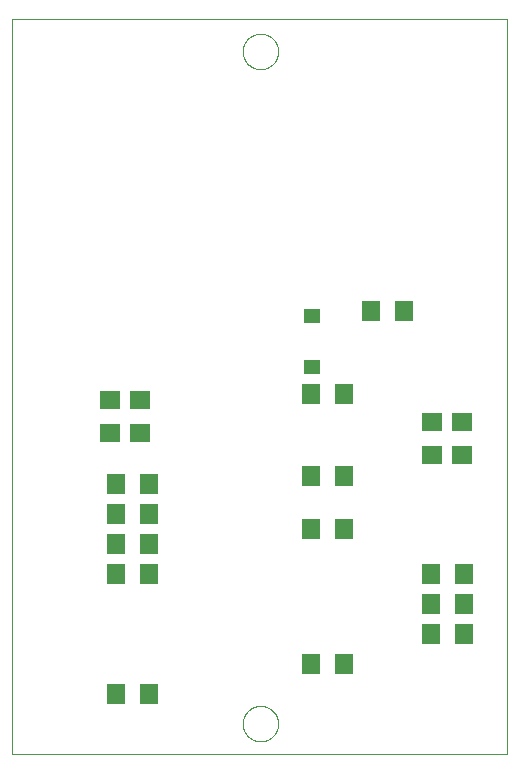
<source format=gbp>
G75*
%MOIN*%
%OFA0B0*%
%FSLAX25Y25*%
%IPPOS*%
%LPD*%
%AMOC8*
5,1,8,0,0,1.08239X$1,22.5*
%
%ADD10C,0.00000*%
%ADD11R,0.05787X0.05000*%
%ADD12R,0.07087X0.06299*%
%ADD13R,0.06299X0.07087*%
D10*
X0027500Y0001000D02*
X0027500Y0245961D01*
X0192500Y0246000D01*
X0192500Y0001000D01*
X0027500Y0001000D01*
X0104271Y0011000D02*
X0104273Y0011153D01*
X0104279Y0011307D01*
X0104289Y0011460D01*
X0104303Y0011612D01*
X0104321Y0011765D01*
X0104343Y0011916D01*
X0104368Y0012067D01*
X0104398Y0012218D01*
X0104432Y0012368D01*
X0104469Y0012516D01*
X0104510Y0012664D01*
X0104555Y0012810D01*
X0104604Y0012956D01*
X0104657Y0013100D01*
X0104713Y0013242D01*
X0104773Y0013383D01*
X0104837Y0013523D01*
X0104904Y0013661D01*
X0104975Y0013797D01*
X0105050Y0013931D01*
X0105127Y0014063D01*
X0105209Y0014193D01*
X0105293Y0014321D01*
X0105381Y0014447D01*
X0105472Y0014570D01*
X0105566Y0014691D01*
X0105664Y0014809D01*
X0105764Y0014925D01*
X0105868Y0015038D01*
X0105974Y0015149D01*
X0106083Y0015257D01*
X0106195Y0015362D01*
X0106309Y0015463D01*
X0106427Y0015562D01*
X0106546Y0015658D01*
X0106668Y0015751D01*
X0106793Y0015840D01*
X0106920Y0015927D01*
X0107049Y0016009D01*
X0107180Y0016089D01*
X0107313Y0016165D01*
X0107448Y0016238D01*
X0107585Y0016307D01*
X0107724Y0016372D01*
X0107864Y0016434D01*
X0108006Y0016492D01*
X0108149Y0016547D01*
X0108294Y0016598D01*
X0108440Y0016645D01*
X0108587Y0016688D01*
X0108735Y0016727D01*
X0108884Y0016763D01*
X0109034Y0016794D01*
X0109185Y0016822D01*
X0109336Y0016846D01*
X0109489Y0016866D01*
X0109641Y0016882D01*
X0109794Y0016894D01*
X0109947Y0016902D01*
X0110100Y0016906D01*
X0110254Y0016906D01*
X0110407Y0016902D01*
X0110560Y0016894D01*
X0110713Y0016882D01*
X0110865Y0016866D01*
X0111018Y0016846D01*
X0111169Y0016822D01*
X0111320Y0016794D01*
X0111470Y0016763D01*
X0111619Y0016727D01*
X0111767Y0016688D01*
X0111914Y0016645D01*
X0112060Y0016598D01*
X0112205Y0016547D01*
X0112348Y0016492D01*
X0112490Y0016434D01*
X0112630Y0016372D01*
X0112769Y0016307D01*
X0112906Y0016238D01*
X0113041Y0016165D01*
X0113174Y0016089D01*
X0113305Y0016009D01*
X0113434Y0015927D01*
X0113561Y0015840D01*
X0113686Y0015751D01*
X0113808Y0015658D01*
X0113927Y0015562D01*
X0114045Y0015463D01*
X0114159Y0015362D01*
X0114271Y0015257D01*
X0114380Y0015149D01*
X0114486Y0015038D01*
X0114590Y0014925D01*
X0114690Y0014809D01*
X0114788Y0014691D01*
X0114882Y0014570D01*
X0114973Y0014447D01*
X0115061Y0014321D01*
X0115145Y0014193D01*
X0115227Y0014063D01*
X0115304Y0013931D01*
X0115379Y0013797D01*
X0115450Y0013661D01*
X0115517Y0013523D01*
X0115581Y0013383D01*
X0115641Y0013242D01*
X0115697Y0013100D01*
X0115750Y0012956D01*
X0115799Y0012810D01*
X0115844Y0012664D01*
X0115885Y0012516D01*
X0115922Y0012368D01*
X0115956Y0012218D01*
X0115986Y0012067D01*
X0116011Y0011916D01*
X0116033Y0011765D01*
X0116051Y0011612D01*
X0116065Y0011460D01*
X0116075Y0011307D01*
X0116081Y0011153D01*
X0116083Y0011000D01*
X0116081Y0010847D01*
X0116075Y0010693D01*
X0116065Y0010540D01*
X0116051Y0010388D01*
X0116033Y0010235D01*
X0116011Y0010084D01*
X0115986Y0009933D01*
X0115956Y0009782D01*
X0115922Y0009632D01*
X0115885Y0009484D01*
X0115844Y0009336D01*
X0115799Y0009190D01*
X0115750Y0009044D01*
X0115697Y0008900D01*
X0115641Y0008758D01*
X0115581Y0008617D01*
X0115517Y0008477D01*
X0115450Y0008339D01*
X0115379Y0008203D01*
X0115304Y0008069D01*
X0115227Y0007937D01*
X0115145Y0007807D01*
X0115061Y0007679D01*
X0114973Y0007553D01*
X0114882Y0007430D01*
X0114788Y0007309D01*
X0114690Y0007191D01*
X0114590Y0007075D01*
X0114486Y0006962D01*
X0114380Y0006851D01*
X0114271Y0006743D01*
X0114159Y0006638D01*
X0114045Y0006537D01*
X0113927Y0006438D01*
X0113808Y0006342D01*
X0113686Y0006249D01*
X0113561Y0006160D01*
X0113434Y0006073D01*
X0113305Y0005991D01*
X0113174Y0005911D01*
X0113041Y0005835D01*
X0112906Y0005762D01*
X0112769Y0005693D01*
X0112630Y0005628D01*
X0112490Y0005566D01*
X0112348Y0005508D01*
X0112205Y0005453D01*
X0112060Y0005402D01*
X0111914Y0005355D01*
X0111767Y0005312D01*
X0111619Y0005273D01*
X0111470Y0005237D01*
X0111320Y0005206D01*
X0111169Y0005178D01*
X0111018Y0005154D01*
X0110865Y0005134D01*
X0110713Y0005118D01*
X0110560Y0005106D01*
X0110407Y0005098D01*
X0110254Y0005094D01*
X0110100Y0005094D01*
X0109947Y0005098D01*
X0109794Y0005106D01*
X0109641Y0005118D01*
X0109489Y0005134D01*
X0109336Y0005154D01*
X0109185Y0005178D01*
X0109034Y0005206D01*
X0108884Y0005237D01*
X0108735Y0005273D01*
X0108587Y0005312D01*
X0108440Y0005355D01*
X0108294Y0005402D01*
X0108149Y0005453D01*
X0108006Y0005508D01*
X0107864Y0005566D01*
X0107724Y0005628D01*
X0107585Y0005693D01*
X0107448Y0005762D01*
X0107313Y0005835D01*
X0107180Y0005911D01*
X0107049Y0005991D01*
X0106920Y0006073D01*
X0106793Y0006160D01*
X0106668Y0006249D01*
X0106546Y0006342D01*
X0106427Y0006438D01*
X0106309Y0006537D01*
X0106195Y0006638D01*
X0106083Y0006743D01*
X0105974Y0006851D01*
X0105868Y0006962D01*
X0105764Y0007075D01*
X0105664Y0007191D01*
X0105566Y0007309D01*
X0105472Y0007430D01*
X0105381Y0007553D01*
X0105293Y0007679D01*
X0105209Y0007807D01*
X0105127Y0007937D01*
X0105050Y0008069D01*
X0104975Y0008203D01*
X0104904Y0008339D01*
X0104837Y0008477D01*
X0104773Y0008617D01*
X0104713Y0008758D01*
X0104657Y0008900D01*
X0104604Y0009044D01*
X0104555Y0009190D01*
X0104510Y0009336D01*
X0104469Y0009484D01*
X0104432Y0009632D01*
X0104398Y0009782D01*
X0104368Y0009933D01*
X0104343Y0010084D01*
X0104321Y0010235D01*
X0104303Y0010388D01*
X0104289Y0010540D01*
X0104279Y0010693D01*
X0104273Y0010847D01*
X0104271Y0011000D01*
X0104271Y0235055D02*
X0104273Y0235208D01*
X0104279Y0235362D01*
X0104289Y0235515D01*
X0104303Y0235667D01*
X0104321Y0235820D01*
X0104343Y0235971D01*
X0104368Y0236122D01*
X0104398Y0236273D01*
X0104432Y0236423D01*
X0104469Y0236571D01*
X0104510Y0236719D01*
X0104555Y0236865D01*
X0104604Y0237011D01*
X0104657Y0237155D01*
X0104713Y0237297D01*
X0104773Y0237438D01*
X0104837Y0237578D01*
X0104904Y0237716D01*
X0104975Y0237852D01*
X0105050Y0237986D01*
X0105127Y0238118D01*
X0105209Y0238248D01*
X0105293Y0238376D01*
X0105381Y0238502D01*
X0105472Y0238625D01*
X0105566Y0238746D01*
X0105664Y0238864D01*
X0105764Y0238980D01*
X0105868Y0239093D01*
X0105974Y0239204D01*
X0106083Y0239312D01*
X0106195Y0239417D01*
X0106309Y0239518D01*
X0106427Y0239617D01*
X0106546Y0239713D01*
X0106668Y0239806D01*
X0106793Y0239895D01*
X0106920Y0239982D01*
X0107049Y0240064D01*
X0107180Y0240144D01*
X0107313Y0240220D01*
X0107448Y0240293D01*
X0107585Y0240362D01*
X0107724Y0240427D01*
X0107864Y0240489D01*
X0108006Y0240547D01*
X0108149Y0240602D01*
X0108294Y0240653D01*
X0108440Y0240700D01*
X0108587Y0240743D01*
X0108735Y0240782D01*
X0108884Y0240818D01*
X0109034Y0240849D01*
X0109185Y0240877D01*
X0109336Y0240901D01*
X0109489Y0240921D01*
X0109641Y0240937D01*
X0109794Y0240949D01*
X0109947Y0240957D01*
X0110100Y0240961D01*
X0110254Y0240961D01*
X0110407Y0240957D01*
X0110560Y0240949D01*
X0110713Y0240937D01*
X0110865Y0240921D01*
X0111018Y0240901D01*
X0111169Y0240877D01*
X0111320Y0240849D01*
X0111470Y0240818D01*
X0111619Y0240782D01*
X0111767Y0240743D01*
X0111914Y0240700D01*
X0112060Y0240653D01*
X0112205Y0240602D01*
X0112348Y0240547D01*
X0112490Y0240489D01*
X0112630Y0240427D01*
X0112769Y0240362D01*
X0112906Y0240293D01*
X0113041Y0240220D01*
X0113174Y0240144D01*
X0113305Y0240064D01*
X0113434Y0239982D01*
X0113561Y0239895D01*
X0113686Y0239806D01*
X0113808Y0239713D01*
X0113927Y0239617D01*
X0114045Y0239518D01*
X0114159Y0239417D01*
X0114271Y0239312D01*
X0114380Y0239204D01*
X0114486Y0239093D01*
X0114590Y0238980D01*
X0114690Y0238864D01*
X0114788Y0238746D01*
X0114882Y0238625D01*
X0114973Y0238502D01*
X0115061Y0238376D01*
X0115145Y0238248D01*
X0115227Y0238118D01*
X0115304Y0237986D01*
X0115379Y0237852D01*
X0115450Y0237716D01*
X0115517Y0237578D01*
X0115581Y0237438D01*
X0115641Y0237297D01*
X0115697Y0237155D01*
X0115750Y0237011D01*
X0115799Y0236865D01*
X0115844Y0236719D01*
X0115885Y0236571D01*
X0115922Y0236423D01*
X0115956Y0236273D01*
X0115986Y0236122D01*
X0116011Y0235971D01*
X0116033Y0235820D01*
X0116051Y0235667D01*
X0116065Y0235515D01*
X0116075Y0235362D01*
X0116081Y0235208D01*
X0116083Y0235055D01*
X0116081Y0234902D01*
X0116075Y0234748D01*
X0116065Y0234595D01*
X0116051Y0234443D01*
X0116033Y0234290D01*
X0116011Y0234139D01*
X0115986Y0233988D01*
X0115956Y0233837D01*
X0115922Y0233687D01*
X0115885Y0233539D01*
X0115844Y0233391D01*
X0115799Y0233245D01*
X0115750Y0233099D01*
X0115697Y0232955D01*
X0115641Y0232813D01*
X0115581Y0232672D01*
X0115517Y0232532D01*
X0115450Y0232394D01*
X0115379Y0232258D01*
X0115304Y0232124D01*
X0115227Y0231992D01*
X0115145Y0231862D01*
X0115061Y0231734D01*
X0114973Y0231608D01*
X0114882Y0231485D01*
X0114788Y0231364D01*
X0114690Y0231246D01*
X0114590Y0231130D01*
X0114486Y0231017D01*
X0114380Y0230906D01*
X0114271Y0230798D01*
X0114159Y0230693D01*
X0114045Y0230592D01*
X0113927Y0230493D01*
X0113808Y0230397D01*
X0113686Y0230304D01*
X0113561Y0230215D01*
X0113434Y0230128D01*
X0113305Y0230046D01*
X0113174Y0229966D01*
X0113041Y0229890D01*
X0112906Y0229817D01*
X0112769Y0229748D01*
X0112630Y0229683D01*
X0112490Y0229621D01*
X0112348Y0229563D01*
X0112205Y0229508D01*
X0112060Y0229457D01*
X0111914Y0229410D01*
X0111767Y0229367D01*
X0111619Y0229328D01*
X0111470Y0229292D01*
X0111320Y0229261D01*
X0111169Y0229233D01*
X0111018Y0229209D01*
X0110865Y0229189D01*
X0110713Y0229173D01*
X0110560Y0229161D01*
X0110407Y0229153D01*
X0110254Y0229149D01*
X0110100Y0229149D01*
X0109947Y0229153D01*
X0109794Y0229161D01*
X0109641Y0229173D01*
X0109489Y0229189D01*
X0109336Y0229209D01*
X0109185Y0229233D01*
X0109034Y0229261D01*
X0108884Y0229292D01*
X0108735Y0229328D01*
X0108587Y0229367D01*
X0108440Y0229410D01*
X0108294Y0229457D01*
X0108149Y0229508D01*
X0108006Y0229563D01*
X0107864Y0229621D01*
X0107724Y0229683D01*
X0107585Y0229748D01*
X0107448Y0229817D01*
X0107313Y0229890D01*
X0107180Y0229966D01*
X0107049Y0230046D01*
X0106920Y0230128D01*
X0106793Y0230215D01*
X0106668Y0230304D01*
X0106546Y0230397D01*
X0106427Y0230493D01*
X0106309Y0230592D01*
X0106195Y0230693D01*
X0106083Y0230798D01*
X0105974Y0230906D01*
X0105868Y0231017D01*
X0105764Y0231130D01*
X0105664Y0231246D01*
X0105566Y0231364D01*
X0105472Y0231485D01*
X0105381Y0231608D01*
X0105293Y0231734D01*
X0105209Y0231862D01*
X0105127Y0231992D01*
X0105050Y0232124D01*
X0104975Y0232258D01*
X0104904Y0232394D01*
X0104837Y0232532D01*
X0104773Y0232672D01*
X0104713Y0232813D01*
X0104657Y0232955D01*
X0104604Y0233099D01*
X0104555Y0233245D01*
X0104510Y0233391D01*
X0104469Y0233539D01*
X0104432Y0233687D01*
X0104398Y0233837D01*
X0104368Y0233988D01*
X0104343Y0234139D01*
X0104321Y0234290D01*
X0104303Y0234443D01*
X0104289Y0234595D01*
X0104279Y0234748D01*
X0104273Y0234902D01*
X0104271Y0235055D01*
D11*
X0127500Y0146965D03*
X0127500Y0130035D03*
D12*
X0167500Y0111512D03*
X0177500Y0111512D03*
X0177500Y0100488D03*
X0167500Y0100488D03*
X0070000Y0107988D03*
X0060000Y0107988D03*
X0060000Y0119012D03*
X0070000Y0119012D03*
D13*
X0073012Y0091000D03*
X0073012Y0081000D03*
X0073012Y0071000D03*
X0073012Y0061000D03*
X0061988Y0061000D03*
X0061988Y0071000D03*
X0061988Y0081000D03*
X0061988Y0091000D03*
X0061988Y0021000D03*
X0073012Y0021000D03*
X0126988Y0031000D03*
X0138012Y0031000D03*
X0166988Y0041000D03*
X0166988Y0051000D03*
X0166988Y0061000D03*
X0178012Y0061000D03*
X0178012Y0051000D03*
X0178012Y0041000D03*
X0138012Y0076000D03*
X0126988Y0076000D03*
X0126988Y0093500D03*
X0138012Y0093500D03*
X0138012Y0121000D03*
X0126988Y0121000D03*
X0146988Y0148500D03*
X0158012Y0148500D03*
M02*

</source>
